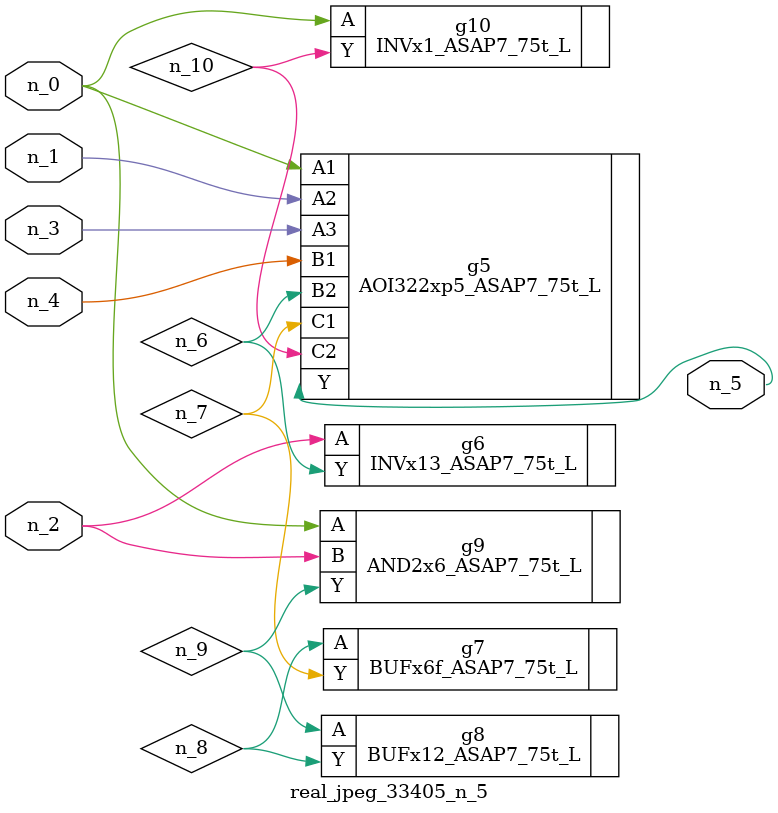
<source format=v>
module real_jpeg_33405_n_5 (n_4, n_0, n_1, n_2, n_3, n_5);

input n_4;
input n_0;
input n_1;
input n_2;
input n_3;

output n_5;

wire n_8;
wire n_6;
wire n_7;
wire n_10;
wire n_9;

AOI322xp5_ASAP7_75t_L g5 ( 
.A1(n_0),
.A2(n_1),
.A3(n_3),
.B1(n_4),
.B2(n_6),
.C1(n_7),
.C2(n_10),
.Y(n_5)
);

AND2x6_ASAP7_75t_L g9 ( 
.A(n_0),
.B(n_2),
.Y(n_9)
);

INVx1_ASAP7_75t_L g10 ( 
.A(n_0),
.Y(n_10)
);

INVx13_ASAP7_75t_L g6 ( 
.A(n_2),
.Y(n_6)
);

BUFx6f_ASAP7_75t_L g7 ( 
.A(n_8),
.Y(n_7)
);

BUFx12_ASAP7_75t_L g8 ( 
.A(n_9),
.Y(n_8)
);


endmodule
</source>
